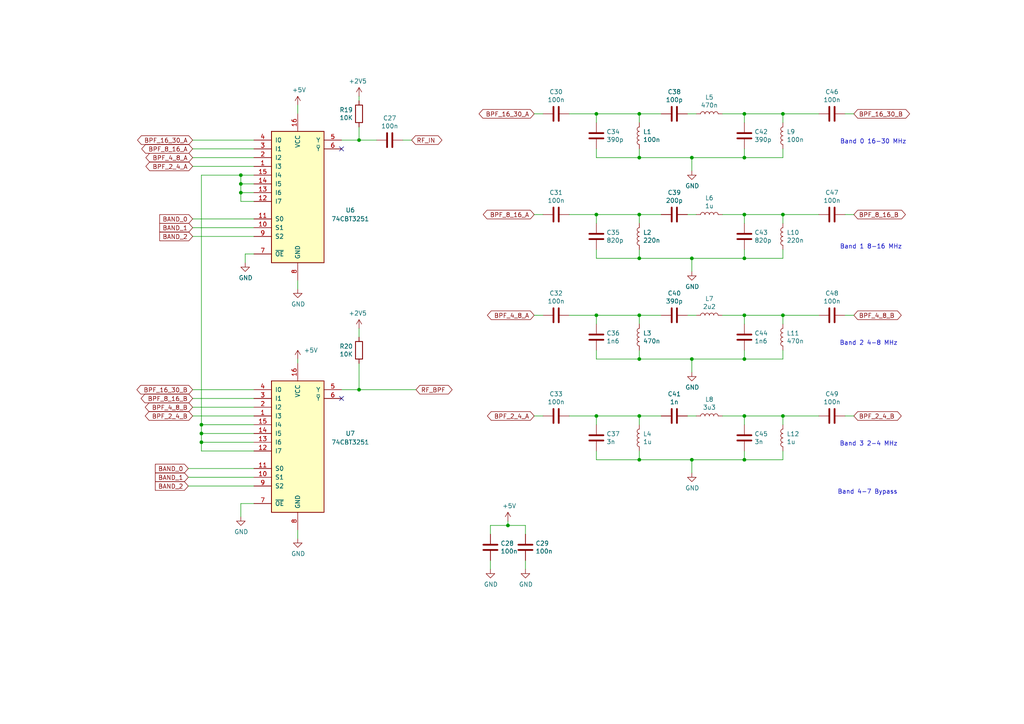
<source format=kicad_sch>
(kicad_sch (version 20230121) (generator eeschema)
  (paper "A4")
  (lib_symbols
    (symbol "74xx:74LS251" (pin_names (offset 1.016))
      (property "Reference" "U" (at -7.62 19.05 0))
      (property "Value" "74LS251" (at -7.62 -21.59 0))
      (symbol "74LS251_1_0"
        (pin input line (at -12.7 7.62 0) (length 5.08) (name "I3") (number "1"))
        (pin input line (at -12.7 -10.16 0) (length 5.08) (name "S1") (number "10"))
        (pin input line (at -12.7 -7.62 0) (length 5.08) (name "S0") (number "11"))
        (pin input line (at -12.7 -2.54 0) (length 5.08) (name "I7") (number "12"))
        (pin input line (at -12.7 0 0) (length 5.08) (name "I6") (number "13"))
        (pin input line (at -12.7 2.54 0) (length 5.08) (name "I5") (number "14"))
        (pin input line (at -12.7 5.08 0) (length 5.08) (name "I4") (number "15"))
        (pin power_in line (at 0 22.86 270) (length 5.08) (name "VCC") (number "16"))
        (pin input line (at -12.7 10.16 0) (length 5.08) (name "I2") (number "2"))
        (pin input line (at -12.7 12.7 0) (length 5.08) (name "I1") (number "3"))
        (pin input line (at -12.7 15.24 0) (length 5.08) (name "I0") (number "4"))
        (pin tri_state line (at 12.7 15.24 180) (length 5.08) (name "Y") (number "5"))
        (pin tri_state line (at 12.7 12.7 180) (length 5.08) (name "~{Y}") (number "6"))
        (pin input line (at -12.7 -17.78 0) (length 5.08) (name "~{OE}") (number "7"))
        (pin power_in line (at 0 -25.4 90) (length 5.08) (name "GND") (number "8"))
        (pin input line (at -12.7 -12.7 0) (length 5.08) (name "S2") (number "9"))
      )
      (symbol "74LS251_1_1"
        (rectangle (start -7.62 17.78) (end 7.62 -20.32) (stroke (width 0.254)) (fill (type background)))
      )
    )
    (symbol "Device:C" (pin_numbers hide) (pin_names (offset 0.254))
      (property "Reference" "C" (at 0.635 2.54 0))
      (property "Value" "C" (at 0.635 -2.54 0))
      (symbol "C_0_1"
        (polyline (pts (xy -2.032 -0.762) (xy 2.032 -0.762)) (stroke (width 0.508)))
        (polyline (pts (xy -2.032 0.762) (xy 2.032 0.762)) (stroke (width 0.508)))
      )
      (symbol "C_1_1"
        (pin passive line (at 0 3.81 270) (length 2.794) (name "~") (number "1"))
        (pin passive line (at 0 -3.81 90) (length 2.794) (name "~") (number "2"))
      )
    )
    (symbol "Device:L" (pin_numbers hide) (pin_names (offset 1.016) hide)
      (property "Reference" "L" (at -1.27 0 90))
      (property "Value" "L" (at 1.905 0 90))
      (symbol "L_0_1"
        (arc (start 0 -2.54) (mid 0.6323 -1.905) (end 0 -1.27))
        (arc (start 0 -1.27) (mid 0.6323 -0.635) (end 0 0))
        (arc (start 0 0) (mid 0.6323 0.635) (end 0 1.27))
        (arc (start 0 1.27) (mid 0.6323 1.905) (end 0 2.54))
      )
      (symbol "L_1_1"
        (pin passive line (at 0 3.81 270) (length 1.27) (name "1") (number "1"))
        (pin passive line (at 0 -3.81 90) (length 1.27) (name "2") (number "2"))
      )
    )
    (symbol "Device:R" (pin_numbers hide) (pin_names (offset 0))
      (property "Reference" "R" (at 2.032 0 90))
      (property "Value" "R" (at 0 0 90))
      (symbol "R_0_1"
        (rectangle (start -1.016 -2.54) (end 1.016 2.54) (stroke (width 0.254)))
      )
      (symbol "R_1_1"
        (pin passive line (at 0 3.81 270) (length 1.27) (name "~") (number "1"))
        (pin passive line (at 0 -3.81 90) (length 1.27) (name "~") (number "2"))
      )
    )
    (symbol "power:+2V5" (power) (pin_names (offset 0))
      (property "Value" "+2V5" (at 0 3.556 0))
      (symbol "+2V5_0_1"
        (polyline (pts (xy -0.762 1.27) (xy 0 2.54)))
        (polyline (pts (xy 0 0) (xy 0 2.54)))
        (polyline (pts (xy 0 2.54) (xy 0.762 1.27)))
      )
      (symbol "+2V5_1_1"
        (pin power_in line (at 0 0 90) (length 0) hide (name "+2V5") (number "1"))
      )
    )
    (symbol "power:+5V" (power) (pin_names (offset 0))
      (property "Value" "+5V" (at 0 3.556 0))
      (symbol "+5V_0_1"
        (polyline (pts (xy -0.762 1.27) (xy 0 2.54)))
        (polyline (pts (xy 0 0) (xy 0 2.54)))
        (polyline (pts (xy 0 2.54) (xy 0.762 1.27)))
      )
      (symbol "+5V_1_1"
        (pin power_in line (at 0 0 90) (length 0) hide (name "+5V") (number "1"))
      )
    )
    (symbol "power:GND" (power) (pin_names (offset 0))
      (property "Value" "GND" (at 0 -3.81 0))
      (symbol "GND_0_1"
        (polyline (pts (xy 0 0) (xy 0 -1.27) (xy 1.27 -1.27) (xy 0 -2.54) (xy -1.27 -1.27) (xy 0 -1.27)))
      )
      (symbol "GND_1_1"
        (pin power_in line (at 0 0 270) (length 0) hide (name "GND") (number "1"))
      )
    )
  )
  (junction (at 227.076 120.65))
  (junction (at 227.076 91.44))
  (junction (at 227.076 62.23))
  (junction (at 69.85 53.34))
  (junction (at 58.42 123.19))
  (junction (at 185.42 45.72))
  (junction (at 185.42 74.93))
  (junction (at 185.42 91.44))
  (junction (at 215.9 120.65))
  (junction (at 215.9 33.02))
  (junction (at 215.9 45.72))
  (junction (at 215.9 133.35))
  (junction (at 215.9 91.44))
  (junction (at 215.9 74.93))
  (junction (at 185.42 62.23))
  (junction (at 69.85 55.88))
  (junction (at 185.42 33.02))
  (junction (at 172.974 120.65))
  (junction (at 104.14 40.64))
  (junction (at 185.42 133.35))
  (junction (at 215.9 62.23))
  (junction (at 200.66 133.35))
  (junction (at 215.9 104.14))
  (junction (at 172.974 33.02))
  (junction (at 200.66 45.72))
  (junction (at 185.42 104.14))
  (junction (at 147.32 152.4))
  (junction (at 227.076 33.02))
  (junction (at 172.974 91.44))
  (junction (at 185.42 120.65))
  (junction (at 172.974 62.23))
  (junction (at 69.85 50.8))
  (junction (at 58.42 128.27))
  (junction (at 58.42 125.73))
  (junction (at 200.66 74.93))
  (junction (at 200.66 104.14))
  (junction (at 104.14 113.03))
  (no_connect (at 99.06 43.18))
  (no_connect (at 99.06 115.57))
  (wire (pts (xy 69.85 146.05) (xy 73.66 146.05)))
  (wire (pts (xy 73.66 53.34) (xy 69.85 53.34)))
  (wire (pts (xy 215.9 45.72) (xy 227.076 45.72)))
  (wire (pts (xy 227.076 74.93) (xy 227.076 72.39)))
  (wire (pts (xy 172.974 91.44) (xy 185.42 91.44)))
  (wire (pts (xy 55.88 120.65) (xy 73.66 120.65)))
  (wire (pts (xy 104.14 105.41) (xy 104.14 113.03)))
  (wire (pts (xy 227.076 120.65) (xy 227.076 123.19)))
  (wire (pts (xy 215.9 91.44) (xy 227.076 91.44)))
  (wire (pts (xy 172.974 74.93) (xy 185.42 74.93)))
  (wire (pts (xy 200.66 133.35) (xy 215.9 133.35)))
  (wire (pts (xy 58.42 128.27) (xy 73.66 128.27)))
  (wire (pts (xy 73.66 55.88) (xy 69.85 55.88)))
  (wire (pts (xy 185.42 91.44) (xy 191.77 91.44)))
  (wire (pts (xy 200.66 133.35) (xy 200.66 137.16)))
  (wire (pts (xy 172.974 72.39) (xy 172.974 74.93)))
  (wire (pts (xy 215.9 74.93) (xy 227.076 74.93)))
  (wire (pts (xy 104.14 36.83) (xy 104.14 40.64)))
  (wire (pts (xy 215.9 33.02) (xy 215.9 35.56)))
  (wire (pts (xy 55.88 63.5) (xy 73.66 63.5)))
  (wire (pts (xy 199.39 120.65) (xy 201.93 120.65)))
  (wire (pts (xy 215.9 72.39) (xy 215.9 74.93)))
  (wire (pts (xy 55.88 48.26) (xy 73.66 48.26)))
  (wire (pts (xy 199.39 91.44) (xy 201.93 91.44)))
  (wire (pts (xy 215.9 120.65) (xy 215.9 123.19)))
  (wire (pts (xy 215.9 33.02) (xy 227.076 33.02)))
  (wire (pts (xy 109.22 40.64) (xy 104.14 40.64)))
  (wire (pts (xy 200.66 104.14) (xy 215.9 104.14)))
  (wire (pts (xy 55.88 115.57) (xy 73.66 115.57)))
  (wire (pts (xy 227.076 62.23) (xy 237.49 62.23)))
  (wire (pts (xy 104.14 29.21) (xy 104.14 27.94)))
  (wire (pts (xy 86.36 153.67) (xy 86.36 156.21)))
  (wire (pts (xy 71.12 73.66) (xy 73.66 73.66)))
  (wire (pts (xy 142.24 162.56) (xy 142.24 165.1)))
  (wire (pts (xy 215.9 62.23) (xy 215.9 64.77)))
  (wire (pts (xy 245.11 91.44) (xy 247.65 91.44)))
  (wire (pts (xy 86.36 30.48) (xy 86.36 33.02)))
  (wire (pts (xy 152.4 154.94) (xy 152.4 152.4)))
  (wire (pts (xy 54.61 138.43) (xy 73.66 138.43)))
  (wire (pts (xy 147.32 152.4) (xy 142.24 152.4)))
  (wire (pts (xy 200.66 74.93) (xy 215.9 74.93)))
  (wire (pts (xy 185.42 72.39) (xy 185.42 74.93)))
  (wire (pts (xy 58.42 125.73) (xy 58.42 123.19)))
  (wire (pts (xy 185.42 62.23) (xy 191.77 62.23)))
  (wire (pts (xy 209.55 33.02) (xy 215.9 33.02)))
  (wire (pts (xy 185.42 130.81) (xy 185.42 133.35)))
  (wire (pts (xy 185.42 45.72) (xy 200.66 45.72)))
  (wire (pts (xy 55.88 118.11) (xy 73.66 118.11)))
  (wire (pts (xy 245.11 33.02) (xy 247.65 33.02)))
  (wire (pts (xy 73.66 50.8) (xy 69.85 50.8)))
  (wire (pts (xy 200.66 45.72) (xy 215.9 45.72)))
  (wire (pts (xy 86.36 81.28) (xy 86.36 83.82)))
  (wire (pts (xy 227.076 104.14) (xy 227.076 101.6)))
  (wire (pts (xy 185.42 133.35) (xy 200.66 133.35)))
  (wire (pts (xy 215.9 133.35) (xy 227.076 133.35)))
  (wire (pts (xy 185.42 91.44) (xy 185.42 93.98)))
  (wire (pts (xy 165.1 91.44) (xy 172.974 91.44)))
  (wire (pts (xy 172.974 33.02) (xy 185.42 33.02)))
  (wire (pts (xy 245.11 62.23) (xy 247.65 62.23)))
  (wire (pts (xy 185.42 120.65) (xy 185.42 123.19)))
  (wire (pts (xy 185.42 43.18) (xy 185.42 45.72)))
  (wire (pts (xy 99.06 40.64) (xy 104.14 40.64)))
  (wire (pts (xy 200.66 45.72) (xy 200.66 49.53)))
  (wire (pts (xy 69.85 149.86) (xy 69.85 146.05)))
  (wire (pts (xy 165.1 120.65) (xy 172.974 120.65)))
  (wire (pts (xy 54.61 135.89) (xy 73.66 135.89)))
  (wire (pts (xy 147.32 151.13) (xy 147.32 152.4)))
  (wire (pts (xy 172.974 43.18) (xy 172.974 45.72)))
  (wire (pts (xy 120.65 113.03) (xy 104.14 113.03)))
  (wire (pts (xy 54.61 140.97) (xy 73.66 140.97)))
  (wire (pts (xy 209.55 91.44) (xy 215.9 91.44)))
  (wire (pts (xy 227.076 62.23) (xy 227.076 64.77)))
  (wire (pts (xy 154.94 91.44) (xy 157.48 91.44)))
  (wire (pts (xy 58.42 130.81) (xy 73.66 130.81)))
  (wire (pts (xy 185.42 62.23) (xy 185.42 64.77)))
  (wire (pts (xy 209.55 120.65) (xy 215.9 120.65)))
  (wire (pts (xy 185.42 33.02) (xy 191.77 33.02)))
  (wire (pts (xy 119.38 40.64) (xy 116.84 40.64)))
  (wire (pts (xy 154.94 62.23) (xy 157.48 62.23)))
  (wire (pts (xy 227.076 133.35) (xy 227.076 130.81)))
  (wire (pts (xy 152.4 162.56) (xy 152.4 165.1)))
  (wire (pts (xy 215.9 130.81) (xy 215.9 133.35)))
  (wire (pts (xy 172.974 130.81) (xy 172.974 133.35)))
  (wire (pts (xy 200.66 74.93) (xy 200.66 78.74)))
  (wire (pts (xy 165.1 62.23) (xy 172.974 62.23)))
  (wire (pts (xy 69.85 50.8) (xy 58.42 50.8)))
  (wire (pts (xy 55.88 40.64) (xy 73.66 40.64)))
  (wire (pts (xy 215.9 91.44) (xy 215.9 93.98)))
  (wire (pts (xy 142.24 152.4) (xy 142.24 154.94)))
  (wire (pts (xy 185.42 120.65) (xy 191.77 120.65)))
  (wire (pts (xy 227.076 91.44) (xy 237.49 91.44)))
  (wire (pts (xy 104.14 95.25) (xy 104.14 97.79)))
  (wire (pts (xy 154.94 33.02) (xy 157.48 33.02)))
  (wire (pts (xy 58.42 123.19) (xy 73.66 123.19)))
  (wire (pts (xy 209.55 62.23) (xy 215.9 62.23)))
  (wire (pts (xy 69.85 55.88) (xy 69.85 58.42)))
  (wire (pts (xy 200.66 104.14) (xy 200.66 107.95)))
  (wire (pts (xy 172.974 120.65) (xy 172.974 123.19)))
  (wire (pts (xy 227.076 91.44) (xy 227.076 93.98)))
  (wire (pts (xy 185.42 74.93) (xy 200.66 74.93)))
  (wire (pts (xy 185.42 101.6) (xy 185.42 104.14)))
  (wire (pts (xy 172.974 91.44) (xy 172.974 93.98)))
  (wire (pts (xy 172.974 133.35) (xy 185.42 133.35)))
  (wire (pts (xy 58.42 130.81) (xy 58.42 128.27)))
  (wire (pts (xy 55.88 68.58) (xy 73.66 68.58)))
  (wire (pts (xy 227.076 33.02) (xy 237.49 33.02)))
  (wire (pts (xy 69.85 53.34) (xy 69.85 55.88)))
  (wire (pts (xy 227.076 120.65) (xy 237.49 120.65)))
  (wire (pts (xy 73.66 58.42) (xy 69.85 58.42)))
  (wire (pts (xy 172.974 101.6) (xy 172.974 104.14)))
  (wire (pts (xy 215.9 62.23) (xy 227.076 62.23)))
  (wire (pts (xy 154.94 120.65) (xy 157.48 120.65)))
  (wire (pts (xy 172.974 45.72) (xy 185.42 45.72)))
  (wire (pts (xy 86.36 104.14) (xy 86.36 105.41)))
  (wire (pts (xy 227.076 45.72) (xy 227.076 43.18)))
  (wire (pts (xy 99.06 113.03) (xy 104.14 113.03)))
  (wire (pts (xy 215.9 101.6) (xy 215.9 104.14)))
  (wire (pts (xy 165.1 33.02) (xy 172.974 33.02)))
  (wire (pts (xy 152.4 152.4) (xy 147.32 152.4)))
  (wire (pts (xy 55.88 43.18) (xy 73.66 43.18)))
  (wire (pts (xy 227.076 33.02) (xy 227.076 35.56)))
  (wire (pts (xy 73.66 113.03) (xy 55.88 113.03)))
  (wire (pts (xy 71.12 76.2) (xy 71.12 73.66)))
  (wire (pts (xy 58.42 50.8) (xy 58.42 123.19)))
  (wire (pts (xy 185.42 104.14) (xy 200.66 104.14)))
  (wire (pts (xy 185.42 33.02) (xy 185.42 35.56)))
  (wire (pts (xy 55.88 45.72) (xy 73.66 45.72)))
  (wire (pts (xy 58.42 128.27) (xy 58.42 125.73)))
  (wire (pts (xy 172.974 104.14) (xy 185.42 104.14)))
  (wire (pts (xy 172.974 33.02) (xy 172.974 35.56)))
  (wire (pts (xy 69.85 50.8) (xy 69.85 53.34)))
  (wire (pts (xy 172.974 62.23) (xy 185.42 62.23)))
  (wire (pts (xy 245.11 120.65) (xy 247.65 120.65)))
  (wire (pts (xy 172.974 62.23) (xy 172.974 64.77)))
  (wire (pts (xy 215.9 104.14) (xy 227.076 104.14)))
  (wire (pts (xy 58.42 125.73) (xy 73.66 125.73)))
  (wire (pts (xy 199.39 62.23) (xy 201.93 62.23)))
  (wire (pts (xy 199.39 33.02) (xy 201.93 33.02)))
  (wire (pts (xy 172.974 120.65) (xy 185.42 120.65)))
  (wire (pts (xy 55.88 66.04) (xy 73.66 66.04)))
  (wire (pts (xy 215.9 120.65) (xy 227.076 120.65)))
  (wire (pts (xy 215.9 43.18) (xy 215.9 45.72)))
  (text "Band 3 2-4 MHz" (at 260.35 129.54 0) (effects (font (size 1.27 1.27)) (justify right bottom)))
  (text "Band 1 8-16 MHz" (at 261.62 72.39 0) (effects (font (size 1.27 1.27)) (justify right bottom)))
  (text "Band 2 4-8 MHz" (at 260.35 100.33 0) (effects (font (size 1.27 1.27)) (justify right bottom)))
  (text "Band 0 16-30 MHz" (at 262.89 41.91 0) (effects (font (size 1.27 1.27)) (justify right bottom)))
  (text "Band 4-7 Bypass" (at 260.35 143.51 0) (effects (font (size 1.27 1.27)) (justify right bottom)))
  (global_label "BPF_2_4_B" (shape bidirectional) (at 55.88 120.65 180) (property "Intersheetrefs" "${INTERSHEET_REFS}" (effects hide)))
  (global_label "BPF_4_8_A" (shape bidirectional) (at 154.94 91.44 180) (property "Intersheetrefs" "${INTERSHEET_REFS}" (effects hide)))
  (global_label "BPF_8_16_A" (shape bidirectional) (at 154.94 62.23 180) (property "Intersheetrefs" "${INTERSHEET_REFS}" (effects hide)))
  (global_label "BPF_16_30_A" (shape bidirectional) (at 154.94 33.02 180) (property "Intersheetrefs" "${INTERSHEET_REFS}" (effects hide)))
  (global_label "BAND_2" (shape input) (at 55.88 68.58 180) (property "Intersheetrefs" "${INTERSHEET_REFS}" (effects hide)))
  (global_label "BPF_2_4_A" (shape bidirectional) (at 55.88 48.26 180) (property "Intersheetrefs" "${INTERSHEET_REFS}" (effects hide)))
  (global_label "RF_IN" (shape bidirectional) (at 119.38 40.64 0) (property "Intersheetrefs" "${INTERSHEET_REFS}" (effects hide)))
  (global_label "BPF_2_4_A" (shape bidirectional) (at 154.94 120.65 180) (property "Intersheetrefs" "${INTERSHEET_REFS}" (effects hide)))
  (global_label "BPF_16_30_B" (shape bidirectional) (at 55.88 113.03 180) (property "Intersheetrefs" "${INTERSHEET_REFS}" (effects hide)))
  (global_label "BPF_4_8_B" (shape bidirectional) (at 247.65 91.44 0) (property "Intersheetrefs" "${INTERSHEET_REFS}" (effects hide)))
  (global_label "BPF_2_4_B" (shape bidirectional) (at 247.65 120.65 0) (property "Intersheetrefs" "${INTERSHEET_REFS}" (effects hide)))
  (global_label "BAND_0" (shape input) (at 55.88 63.5 180) (property "Intersheetrefs" "${INTERSHEET_REFS}" (effects hide)))
  (global_label "BAND_0" (shape input) (at 54.61 135.89 180) (property "Intersheetrefs" "${INTERSHEET_REFS}" (effects hide)))
  (global_label "RF_BPF" (shape bidirectional) (at 120.65 113.03 0) (property "Intersheetrefs" "${INTERSHEET_REFS}" (effects hide)))
  (global_label "BAND_2" (shape input) (at 54.61 140.97 180) (property "Intersheetrefs" "${INTERSHEET_REFS}" (effects hide)))
  (global_label "BPF_8_16_B" (shape bidirectional) (at 55.88 115.57 180) (property "Intersheetrefs" "${INTERSHEET_REFS}" (effects hide)))
  (global_label "BAND_1" (shape input) (at 55.88 66.04 180) (property "Intersheetrefs" "${INTERSHEET_REFS}" (effects hide)))
  (global_label "BPF_4_8_A" (shape bidirectional) (at 55.88 45.72 180) (property "Intersheetrefs" "${INTERSHEET_REFS}" (effects hide)))
  (global_label "BPF_16_30_A" (shape bidirectional) (at 55.88 40.64 180) (property "Intersheetrefs" "${INTERSHEET_REFS}" (effects hide)))
  (global_label "BPF_4_8_B" (shape bidirectional) (at 55.88 118.11 180) (property "Intersheetrefs" "${INTERSHEET_REFS}" (effects hide)))
  (global_label "BPF_8_16_A" (shape bidirectional) (at 55.88 43.18 180) (property "Intersheetrefs" "${INTERSHEET_REFS}" (effects hide)))
  (global_label "BPF_16_30_B" (shape bidirectional) (at 247.65 33.02 0) (property "Intersheetrefs" "${INTERSHEET_REFS}" (effects hide)))
  (global_label "BAND_1" (shape input) (at 54.61 138.43 180) (property "Intersheetrefs" "${INTERSHEET_REFS}" (effects hide)))
  (global_label "BPF_8_16_B" (shape bidirectional) (at 247.65 62.23 0) (property "Intersheetrefs" "${INTERSHEET_REFS}" (effects hide)))
  (symbol (lib_id "Device:C") (at 195.58 33.02 90) (unit 1)
    (property "Reference" "C38" (at 195.58 26.6446 90))
    (property "Value" "100p" (at 195.58 28.956 90))
    (property "Footprint" "Capacitor_SMD:C_0805_2012Metric" (effects hide))
    (instances (project "RADIO" (path "" (reference "C38") (unit 1))) (project "pico_rx" (path "" (reference "C12") (unit 1)) (path "" (reference "C35") (unit 1)) (path "" (reference "C58") (unit 1))))
  )
  (symbol (lib_id "power:GND") (at 71.12 76.2 0) (unit 1)
    (property "Reference" "#PWR052" (effects hide))
    (property "Value" "GND" (at 71.247 80.5942 0))
    (instances (project "RADIO" (path "" (reference "#PWR052") (unit 1))) (project "pico_rx" (path "" (reference "#PWR02") (unit 1)) (path "" (reference "#PWR017") (unit 1)) (path "" (reference "#PWR032") (unit 1))))
  )
  (symbol (lib_id "power:+5V") (at 147.32 151.13 0) (unit 1)
    (property "Reference" "#PWR060" (effects hide))
    (property "Value" "+5V" (at 147.701 146.7358 0))
    (instances (project "RADIO" (path "" (reference "#PWR060") (unit 1))) (project "pico_rx" (path "" (reference "#PWR010") (unit 1)) (path "" (reference "#PWR025") (unit 1)) (path "" (reference "#PWR040") (unit 1))))
  )
  (symbol (lib_id "Device:C") (at 172.974 68.58 180) (unit 1)
    (property "Reference" "C35" (at 175.895 67.437 0) (effects (justify right)))
    (property "Value" "820p" (at 175.895 69.723 0) (effects (justify right)))
    (property "Footprint" "Capacitor_SMD:C_0805_2012Metric" (effects hide))
    (instances (project "RADIO" (path "" (reference "C35") (unit 1))) (project "pico_rx" (path "" (reference "C9") (unit 1)) (path "" (reference "C32") (unit 1)) (path "" (reference "C55") (unit 1))))
  )
  (symbol (lib_id "Device:C") (at 241.3 91.44 90) (unit 1)
    (property "Reference" "C48" (at 241.3 85.0646 90))
    (property "Value" "100n" (at 241.3 87.376 90))
    (property "Footprint" "Capacitor_SMD:C_0805_2012Metric" (effects hide))
    (instances (project "RADIO" (path "" (reference "C48") (unit 1))) (project "pico_rx" (path "" (reference "C22") (unit 1)) (path "" (reference "C45") (unit 1)) (path "" (reference "C68") (unit 1))))
  )
  (symbol (lib_id "power:+2V5") (at 104.14 95.25 0) (mirror y) (unit 1)
    (property "Reference" "#PWR058" (effects hide))
    (property "Value" "+2V5" (at 103.759 90.8558 0))
    (instances (project "RADIO" (path "" (reference "#PWR058") (unit 1))) (project "pico_rx" (path "" (reference "#PWR08") (unit 1)) (path "" (reference "#PWR023") (unit 1)) (path "" (reference "#PWR038") (unit 1))))
  )
  (symbol (lib_id "power:GND") (at 200.66 78.74 0) (unit 1)
    (property "Reference" "#PWR063" (effects hide))
    (property "Value" "GND" (at 200.787 83.1342 0))
    (instances (project "RADIO" (path "" (reference "#PWR063") (unit 1))) (project "pico_rx" (path "" (reference "#PWR013") (unit 1)) (path "" (reference "#PWR028") (unit 1)) (path "" (reference "#PWR043") (unit 1))))
  )
  (symbol (lib_id "Device:L") (at 205.74 33.02 90) (unit 1)
    (property "Reference" "L5" (at 205.74 28.2194 90))
    (property "Value" "470n" (at 205.74 30.5308 90))
    (property "Footprint" "Inductor_SMD:L_TDK_NLV32_3.2x2.5mm" (effects hide))
    (instances (project "RADIO" (path "" (reference "L5") (unit 1))) (project "pico_rx" (path "" (reference "L5") (unit 1)) (path "" (reference "L17") (unit 1)) (path "" (reference "L29") (unit 1))))
  )
  (symbol (lib_id "Device:C") (at 215.9 97.79 180) (unit 1)
    (property "Reference" "C44" (at 218.821 96.647 0) (effects (justify right)))
    (property "Value" "1n6" (at 218.821 98.933 0) (effects (justify right)))
    (property "Footprint" "Capacitor_SMD:C_0805_2012Metric" (effects hide))
    (instances (project "RADIO" (path "" (reference "C44") (unit 1))) (project "pico_rx" (path "" (reference "C18") (unit 1)) (path "" (reference "C41") (unit 1)) (path "" (reference "C64") (unit 1))))
  )
  (symbol (lib_id "Device:L") (at 185.42 39.37 180) (unit 1)
    (property "Reference" "L1" (at 186.5122 38.227 0) (effects (justify right)))
    (property "Value" "100n" (at 186.5122 40.513 0) (effects (justify right)))
    (property "Footprint" "Inductor_SMD:L_TDK_NLV32_3.2x2.5mm" (effects hide))
    (instances (project "RADIO" (path "" (reference "L1") (unit 1))) (project "pico_rx" (path "" (reference "L1") (unit 1)) (path "" (reference "L13") (unit 1)) (path "" (reference "L25") (unit 1))))
  )
  (symbol (lib_id "Device:C") (at 215.9 68.58 180) (unit 1)
    (property "Reference" "C43" (at 218.821 67.437 0) (effects (justify right)))
    (property "Value" "820p" (at 218.821 69.723 0) (effects (justify right)))
    (property "Footprint" "Capacitor_SMD:C_0805_2012Metric" (effects hide))
    (instances (project "RADIO" (path "" (reference "C43") (unit 1))) (project "pico_rx" (path "" (reference "C17") (unit 1)) (path "" (reference "C40") (unit 1)) (path "" (reference "C63") (unit 1))))
  )
  (symbol (lib_id "Device:C") (at 152.4 158.75 0) (unit 1)
    (property "Reference" "C29" (at 155.321 157.607 0) (effects (justify left)))
    (property "Value" "100n" (at 155.321 159.893 0) (effects (justify left)))
    (property "Footprint" "Capacitor_SMD:C_0805_2012Metric" (effects hide))
    (instances (project "RADIO" (path "" (reference "C29") (unit 1))) (project "pico_rx" (path "" (reference "C3") (unit 1)) (path "" (reference "C26") (unit 1)) (path "" (reference "C49") (unit 1))))
  )
  (symbol (lib_id "Device:C") (at 161.29 91.44 90) (unit 1)
    (property "Reference" "C32" (at 161.29 85.0646 90))
    (property "Value" "100n" (at 161.29 87.376 90))
    (property "Footprint" "Capacitor_SMD:C_0805_2012Metric" (effects hide))
    (instances (project "RADIO" (path "" (reference "C32") (unit 1))) (project "pico_rx" (path "" (reference "C6") (unit 1)) (path "" (reference "C29") (unit 1)) (path "" (reference "C52") (unit 1))))
  )
  (symbol (lib_id "74xx:74LS251") (at 86.36 55.88 0) (unit 1)
    (property "Reference" "U6" (at 101.6 60.96 0))
    (property "Value" "74CBT3251" (at 101.6 63.5 0))
    (property "Footprint" "Package_SO:SOIC-16_3.9x9.9mm_P1.27mm" (effects hide))
    (property "Datasheet" "http://www.ti.com/lit/gpn/sn74LS251" (effects hide))
    (instances (project "RADIO" (path "" (reference "U6") (unit 1))) (project "pico_rx" (path "" (reference "U1") (unit 1)) (path "" (reference "U3") (unit 1)) (path "" (reference "U5") (unit 1))))
  )
  (symbol (lib_id "Device:L") (at 205.74 62.23 90) (unit 1)
    (property "Reference" "L6" (at 205.74 57.4294 90))
    (property "Value" "1u" (at 205.74 59.7408 90))
    (property "Footprint" "Inductor_SMD:L_TDK_NLV32_3.2x2.5mm" (effects hide))
    (instances (project "RADIO" (path "" (reference "L6") (unit 1))) (project "pico_rx" (path "" (reference "L6") (unit 1)) (path "" (reference "L18") (unit 1)) (path "" (reference "L30") (unit 1))))
  )
  (symbol (lib_id "power:GND") (at 200.66 49.53 0) (unit 1)
    (property "Reference" "#PWR062" (effects hide))
    (property "Value" "GND" (at 200.787 53.9242 0))
    (instances (project "RADIO" (path "" (reference "#PWR062") (unit 1))) (project "pico_rx" (path "" (reference "#PWR012") (unit 1)) (path "" (reference "#PWR027") (unit 1)) (path "" (reference "#PWR042") (unit 1))))
  )
  (symbol (lib_id "power:+5V") (at 86.36 30.48 0) (unit 1)
    (property "Reference" "#PWR053" (effects hide))
    (property "Value" "+5V" (at 86.741 26.0858 0))
    (instances (project "RADIO" (path "" (reference "#PWR053") (unit 1))) (project "pico_rx" (path "" (reference "#PWR03") (unit 1)) (path "" (reference "#PWR018") (unit 1)) (path "" (reference "#PWR033") (unit 1))))
  )
  (symbol (lib_id "74xx:74LS251") (at 86.36 128.27 0) (unit 1)
    (property "Reference" "U7" (at 101.6 125.73 0))
    (property "Value" "74CBT3251" (at 101.6 128.27 0))
    (property "Footprint" "Package_SO:SOIC-16_3.9x9.9mm_P1.27mm" (effects hide))
    (property "Datasheet" "http://www.ti.com/lit/gpn/sn74LS251" (effects hide))
    (instances (project "RADIO" (path "" (reference "U7") (unit 1))) (project "pico_rx" (path "" (reference "U2") (unit 1)) (path "" (reference "U4") (unit 1)) (path "" (reference "U6") (unit 1))))
  )
  (symbol (lib_id "Device:C") (at 113.03 40.64 270) (mirror x) (unit 1)
    (property "Reference" "C27" (at 113.03 34.2646 90))
    (property "Value" "100n" (at 113.03 36.576 90))
    (property "Footprint" "Capacitor_SMD:C_0805_2012Metric" (effects hide))
    (instances (project "RADIO" (path "" (reference "C27") (unit 1))) (project "pico_rx" (path "" (reference "C1") (unit 1)) (path "" (reference "C24") (unit 1)) (path "" (reference "C47") (unit 1))))
  )
  (symbol (lib_id "Device:L") (at 185.42 97.79 180) (unit 1)
    (property "Reference" "L3" (at 186.5122 96.647 0) (effects (justify right)))
    (property "Value" "470n" (at 186.5122 98.933 0) (effects (justify right)))
    (property "Footprint" "Inductor_SMD:L_TDK_NLV32_3.2x2.5mm" (effects hide))
    (instances (project "RADIO" (path "" (reference "L3") (unit 1))) (project "pico_rx" (path "" (reference "L3") (unit 1)) (path "" (reference "L15") (unit 1)) (path "" (reference "L27") (unit 1))))
  )
  (symbol (lib_id "Device:L") (at 227.076 97.79 180) (unit 1)
    (property "Reference" "L11" (at 228.1682 96.647 0) (effects (justify right)))
    (property "Value" "470n" (at 228.1682 98.933 0) (effects (justify right)))
    (property "Footprint" "Inductor_SMD:L_TDK_NLV32_3.2x2.5mm" (effects hide))
    (instances (project "RADIO" (path "" (reference "L11") (unit 1))) (project "pico_rx" (path "" (reference "L11") (unit 1)) (path "" (reference "L23") (unit 1)) (path "" (reference "L35") (unit 1))))
  )
  (symbol (lib_id "power:GND") (at 200.66 137.16 0) (unit 1)
    (property "Reference" "#PWR065" (effects hide))
    (property "Value" "GND" (at 200.787 141.5542 0))
    (instances (project "RADIO" (path "" (reference "#PWR065") (unit 1))) (project "pico_rx" (path "" (reference "#PWR015") (unit 1)) (path "" (reference "#PWR030") (unit 1)) (path "" (reference "#PWR045") (unit 1))))
  )
  (symbol (lib_id "Device:C") (at 172.974 127 180) (unit 1)
    (property "Reference" "C37" (at 175.895 125.857 0) (effects (justify right)))
    (property "Value" "3n" (at 175.895 128.143 0) (effects (justify right)))
    (property "Footprint" "Capacitor_SMD:C_0805_2012Metric" (effects hide))
    (instances (project "RADIO" (path "" (reference "C37") (unit 1))) (project "pico_rx" (path "" (reference "C11") (unit 1)) (path "" (reference "C34") (unit 1)) (path "" (reference "C57") (unit 1))))
  )
  (symbol (lib_id "power:GND") (at 142.24 165.1 0) (unit 1)
    (property "Reference" "#PWR059" (effects hide))
    (property "Value" "GND" (at 142.367 169.4942 0))
    (instances (project "RADIO" (path "" (reference "#PWR059") (unit 1))) (project "pico_rx" (path "" (reference "#PWR09") (unit 1)) (path "" (reference "#PWR024") (unit 1)) (path "" (reference "#PWR039") (unit 1))))
  )
  (symbol (lib_id "power:GND") (at 86.36 83.82 0) (unit 1)
    (property "Reference" "#PWR054" (effects hide))
    (property "Value" "GND" (at 86.487 88.2142 0))
    (instances (project "RADIO" (path "" (reference "#PWR054") (unit 1))) (project "pico_rx" (path "" (reference "#PWR04") (unit 1)) (path "" (reference "#PWR019") (unit 1)) (path "" (reference "#PWR034") (unit 1))))
  )
  (symbol (lib_id "Device:C") (at 241.3 120.65 90) (unit 1)
    (property "Reference" "C49" (at 241.3 114.2746 90))
    (property "Value" "100n" (at 241.3 116.586 90))
    (property "Footprint" "Capacitor_SMD:C_0805_2012Metric" (effects hide))
    (instances (project "RADIO" (path "" (reference "C49") (unit 1))) (project "pico_rx" (path "" (reference "C23") (unit 1)) (path "" (reference "C46") (unit 1)) (path "" (reference "C69") (unit 1))))
  )
  (symbol (lib_id "power:+5V") (at 86.36 104.14 0) (unit 1)
    (property "Reference" "#PWR055" (effects hide))
    (property "Value" "+5V" (at 90.17 101.6 0))
    (instances (project "RADIO" (path "" (reference "#PWR055") (unit 1))) (project "pico_rx" (path "" (reference "#PWR05") (unit 1)) (path "" (reference "#PWR020") (unit 1)) (path "" (reference "#PWR035") (unit 1))))
  )
  (symbol (lib_id "power:+2V5") (at 104.14 27.94 0) (mirror y) (unit 1)
    (property "Reference" "#PWR057" (effects hide))
    (property "Value" "+2V5" (at 103.759 23.5458 0))
    (instances (project "RADIO" (path "" (reference "#PWR057") (unit 1))) (project "pico_rx" (path "" (reference "#PWR07") (unit 1)) (path "" (reference "#PWR022") (unit 1)) (path "" (reference "#PWR037") (unit 1))))
  )
  (symbol (lib_id "Device:R") (at 104.14 33.02 0) (mirror y) (unit 1)
    (property "Reference" "R19" (at 102.362 31.877 0) (effects (justify left)))
    (property "Value" "10K" (at 102.362 34.163 0) (effects (justify left)))
    (property "Footprint" "Resistor_SMD:R_0805_2012Metric" (effects hide))
    (instances (project "RADIO" (path "" (reference "R19") (unit 1))) (project "pico_rx" (path "" (reference "R1") (unit 1)) (path "" (reference "R3") (unit 1)) (path "" (reference "R5") (unit 1))))
  )
  (symbol (lib_id "Device:L") (at 205.74 91.44 90) (unit 1)
    (property "Reference" "L7" (at 205.74 86.6394 90))
    (property "Value" "2u2" (at 205.74 88.9508 90))
    (property "Footprint" "Inductor_SMD:L_TDK_NLV32_3.2x2.5mm" (effects hide))
    (instances (project "RADIO" (path "" (reference "L7") (unit 1))) (project "pico_rx" (path "" (reference "L7") (unit 1)) (path "" (reference "L19") (unit 1)) (path "" (reference "L31") (unit 1))))
  )
  (symbol (lib_id "Device:L") (at 227.076 39.37 180) (unit 1)
    (property "Reference" "L9" (at 228.1682 38.227 0) (effects (justify right)))
    (property "Value" "100n" (at 228.1682 40.513 0) (effects (justify right)))
    (property "Footprint" "Inductor_SMD:L_TDK_NLV32_3.2x2.5mm" (effects hide))
    (instances (project "RADIO" (path "" (reference "L9") (unit 1))) (project "pico_rx" (path "" (reference "L9") (unit 1)) (path "" (reference "L21") (unit 1)) (path "" (reference "L33") (unit 1))))
  )
  (symbol (lib_id "Device:C") (at 195.58 91.44 90) (unit 1)
    (property "Reference" "C40" (at 195.58 85.0646 90))
    (property "Value" "390p" (at 195.58 87.376 90))
    (property "Footprint" "Capacitor_SMD:C_0805_2012Metric" (effects hide))
    (instances (project "RADIO" (path "" (reference "C40") (unit 1))) (project "pico_rx" (path "" (reference "C14") (unit 1)) (path "" (reference "C37") (unit 1)) (path "" (reference "C60") (unit 1))))
  )
  (symbol (lib_id "Device:L") (at 227.076 68.58 180) (unit 1)
    (property "Reference" "L10" (at 228.1682 67.437 0) (effects (justify right)))
    (property "Value" "220n" (at 228.1682 69.723 0) (effects (justify right)))
    (property "Footprint" "Inductor_SMD:L_TDK_NLV32_3.2x2.5mm" (effects hide))
    (instances (project "RADIO" (path "" (reference "L10") (unit 1))) (project "pico_rx" (path "" (reference "L10") (unit 1)) (path "" (reference "L22") (unit 1)) (path "" (reference "L34") (unit 1))))
  )
  (symbol (lib_id "Device:C") (at 142.24 158.75 0) (unit 1)
    (property "Reference" "C28" (at 145.161 157.607 0) (effects (justify left)))
    (property "Value" "100n" (at 145.161 159.893 0) (effects (justify left)))
    (property "Footprint" "Capacitor_SMD:C_0805_2012Metric" (effects hide))
    (instances (project "RADIO" (path "" (reference "C28") (unit 1))) (project "pico_rx" (path "" (reference "C2") (unit 1)) (path "" (reference "C25") (unit 1)) (path "" (reference "C48") (unit 1))))
  )
  (symbol (lib_id "Device:C") (at 161.29 120.65 90) (unit 1)
    (property "Reference" "C33" (at 161.29 114.2746 90))
    (property "Value" "100n" (at 161.29 116.586 90))
    (property "Footprint" "Capacitor_SMD:C_0805_2012Metric" (effects hide))
    (instances (project "RADIO" (path "" (reference "C33") (unit 1))) (project "pico_rx" (path "" (reference "C7") (unit 1)) (path "" (reference "C30") (unit 1)) (path "" (reference "C53") (unit 1))))
  )
  (symbol (lib_id "Device:C") (at 195.58 120.65 90) (unit 1)
    (property "Reference" "C41" (at 195.58 114.2746 90))
    (property "Value" "1n" (at 195.58 116.586 90))
    (property "Footprint" "Capacitor_SMD:C_0805_2012Metric" (effects hide))
    (instances (project "RADIO" (path "" (reference "C41") (unit 1))) (project "pico_rx" (path "" (reference "C15") (unit 1)) (path "" (reference "C38") (unit 1)) (path "" (reference "C61") (unit 1))))
  )
  (symbol (lib_id "Device:C") (at 241.3 33.02 90) (unit 1)
    (property "Reference" "C46" (at 241.3 26.6446 90))
    (property "Value" "100n" (at 241.3 28.956 90))
    (property "Footprint" "Capacitor_SMD:C_0805_2012Metric" (effects hide))
    (instances (project "RADIO" (path "" (reference "C46") (unit 1))) (project "pico_rx" (path "" (reference "C20") (unit 1)) (path "" (reference "C43") (unit 1)) (path "" (reference "C66") (unit 1))))
  )
  (symbol (lib_id "power:GND") (at 69.85 149.86 0) (unit 1)
    (property "Reference" "#PWR051" (effects hide))
    (property "Value" "GND" (at 69.977 154.2542 0))
    (instances (project "RADIO" (path "" (reference "#PWR051") (unit 1))) (project "pico_rx" (path "" (reference "#PWR01") (unit 1)) (path "" (reference "#PWR016") (unit 1)) (path "" (reference "#PWR031") (unit 1))))
  )
  (symbol (lib_id "Device:C") (at 172.974 39.37 180) (unit 1)
    (property "Reference" "C34" (at 175.895 38.227 0) (effects (justify right)))
    (property "Value" "390p" (at 175.895 40.513 0) (effects (justify right)))
    (property "Footprint" "Capacitor_SMD:C_0805_2012Metric" (effects hide))
    (instances (project "RADIO" (path "" (reference "C34") (unit 1))) (project "pico_rx" (path "" (reference "C8") (unit 1)) (path "" (reference "C31") (unit 1)) (path "" (reference "C54") (unit 1))))
  )
  (symbol (lib_id "power:GND") (at 152.4 165.1 0) (unit 1)
    (property "Reference" "#PWR061" (effects hide))
    (property "Value" "GND" (at 152.527 169.4942 0))
    (instances (project "RADIO" (path "" (reference "#PWR061") (unit 1))) (project "pico_rx" (path "" (reference "#PWR011") (unit 1)) (path "" (reference "#PWR026") (unit 1)) (path "" (reference "#PWR041") (unit 1))))
  )
  (symbol (lib_id "power:GND") (at 86.36 156.21 0) (unit 1)
    (property "Reference" "#PWR056" (effects hide))
    (property "Value" "GND" (at 86.487 160.6042 0))
    (instances (project "RADIO" (path "" (reference "#PWR056") (unit 1))) (project "pico_rx" (path "" (reference "#PWR06") (unit 1)) (path "" (reference "#PWR021") (unit 1)) (path "" (reference "#PWR036") (unit 1))))
  )
  (symbol (lib_id "Device:C") (at 172.974 97.79 180) (unit 1)
    (property "Reference" "C36" (at 175.895 96.647 0) (effects (justify right)))
    (property "Value" "1n6" (at 175.895 98.933 0) (effects (justify right)))
    (property "Footprint" "Capacitor_SMD:C_0805_2012Metric" (effects hide))
    (instances (project "RADIO" (path "" (reference "C36") (unit 1))) (project "pico_rx" (path "" (reference "C10") (unit 1)) (path "" (reference "C33") (unit 1)) (path "" (reference "C56") (unit 1))))
  )
  (symbol (lib_id "power:GND") (at 200.66 107.95 0) (unit 1)
    (property "Reference" "#PWR064" (effects hide))
    (property "Value" "GND" (at 200.787 112.3442 0))
    (instances (project "RADIO" (path "" (reference "#PWR064") (unit 1))) (project "pico_rx" (path "" (reference "#PWR014") (unit 1)) (path "" (reference "#PWR029") (unit 1)) (path "" (reference "#PWR044") (unit 1))))
  )
  (symbol (lib_id "Device:L") (at 185.42 68.58 180) (unit 1)
    (property "Reference" "L2" (at 186.5122 67.437 0) (effects (justify right)))
    (property "Value" "220n" (at 186.5122 69.723 0) (effects (justify right)))
    (property "Footprint" "Inductor_SMD:L_TDK_NLV32_3.2x2.5mm" (effects hide))
    (instances (project "RADIO" (path "" (reference "L2") (unit 1))) (project "pico_rx" (path "" (reference "L2") (unit 1)) (path "" (reference "L14") (unit 1)) (path "" (reference "L26") (unit 1))))
  )
  (symbol (lib_id "Device:C") (at 195.58 62.23 90) (unit 1)
    (property "Reference" "C39" (at 195.58 55.8546 90))
    (property "Value" "200p" (at 195.58 58.166 90))
    (property "Footprint" "Capacitor_SMD:C_0805_2012Metric" (effects hide))
    (instances (project "RADIO" (path "" (reference "C39") (unit 1))) (project "pico_rx" (path "" (reference "C13") (unit 1)) (path "" (reference "C36") (unit 1)) (path "" (reference "C59") (unit 1))))
  )
  (symbol (lib_id "Device:L") (at 227.076 127 180) (unit 1)
    (property "Reference" "L12" (at 228.1682 125.857 0) (effects (justify right)))
    (property "Value" "1u" (at 228.1682 128.143 0) (effects (justify right)))
    (property "Footprint" "Inductor_SMD:L_TDK_NLV32_3.2x2.5mm" (effects hide))
    (instances (project "RADIO" (path "" (reference "L12") (unit 1))) (project "pico_rx" (path "" (reference "L12") (unit 1)) (path "" (reference "L24") (unit 1)) (path "" (reference "L36") (unit 1))))
  )
  (symbol (lib_id "Device:C") (at 215.9 127 180) (unit 1)
    (property "Reference" "C45" (at 218.821 125.857 0) (effects (justify right)))
    (property "Value" "3n" (at 218.821 128.143 0) (effects (justify right)))
    (property "Footprint" "Capacitor_SMD:C_0805_2012Metric" (effects hide))
    (instances (project "RADIO" (path "" (reference "C45") (unit 1))) (project "pico_rx" (path "" (reference "C19") (unit 1)) (path "" (reference "C42") (unit 1)) (path "" (reference "C65") (unit 1))))
  )
  (symbol (lib_id "Device:L") (at 185.42 127 180) (unit 1)
    (property "Reference" "L4" (at 186.5122 125.857 0) (effects (justify right)))
    (property "Value" "1u" (at 186.5122 128.143 0) (effects (justify right)))
    (property "Footprint" "Inductor_SMD:L_TDK_NLV32_3.2x2.5mm" (effects hide))
    (instances (project "RADIO" (path "" (reference "L4") (unit 1))) (project "pico_rx" (path "" (reference "L4") (unit 1)) (path "" (reference "L16") (unit 1)) (path "" (reference "L28") (unit 1))))
  )
  (symbol (lib_id "Device:C") (at 161.29 62.23 90) (unit 1)
    (property "Reference" "C31" (at 161.29 55.8546 90))
    (property "Value" "100n" (at 161.29 58.166 90))
    (property "Footprint" "Capacitor_SMD:C_0805_2012Metric" (effects hide))
    (instances (project "RADIO" (path "" (reference "C31") (unit 1))) (project "pico_rx" (path "" (reference "C5") (unit 1)) (path "" (reference "C28") (unit 1)) (path "" (reference "C51") (unit 1))))
  )
  (symbol (lib_id "Device:R") (at 104.14 101.6 0) (mirror y) (unit 1)
    (property "Reference" "R20" (at 102.362 100.457 0) (effects (justify left)))
    (property "Value" "10K" (at 102.362 102.743 0) (effects (justify left)))
    (property "Footprint" "Resistor_SMD:R_0805_2012Metric" (effects hide))
    (instances (project "RADIO" (path "" (reference "R20") (unit 1))) (project "pico_rx" (path "" (reference "R2") (unit 1)) (path "" (reference "R4") (unit 1)) (path "" (reference "R6") (unit 1))))
  )
  (symbol (lib_id "Device:L") (at 205.74 120.65 90) (unit 1)
    (property "Reference" "L8" (at 205.74 115.8494 90))
    (property "Value" "3u3" (at 205.74 118.1608 90))
    (property "Footprint" "Inductor_SMD:L_TDK_NLV32_3.2x2.5mm" (effects hide))
    (instances (project "RADIO" (path "" (reference "L8") (unit 1))) (project "pico_rx" (path "" (reference "L8") (unit 1)) (path "" (reference "L20") (unit 1)) (path "" (reference "L32") (unit 1))))
  )
  (symbol (lib_id "Device:C") (at 161.29 33.02 90) (unit 1)
    (property "Reference" "C30" (at 161.29 26.6446 90))
    (property "Value" "100n" (at 161.29 28.956 90))
    (property "Footprint" "Capacitor_SMD:C_0805_2012Metric" (effects hide))
    (instances (project "RADIO" (path "" (reference "C30") (unit 1))) (project "pico_rx" (path "" (reference "C4") (unit 1)) (path "" (reference "C27") (unit 1)) (path "" (reference "C50") (unit 1))))
  )
  (symbol (lib_id "Device:C") (at 215.9 39.37 180) (unit 1)
    (property "Reference" "C42" (at 218.821 38.227 0) (effects (justify right)))
    (property "Value" "390p" (at 218.821 40.513 0) (effects (justify right)))
    (property "Footprint" "Capacitor_SMD:C_0805_2012Metric" (effects hide))
    (instances (project "RADIO" (path "" (reference "C42") (unit 1))) (project "pico_rx" (path "" (reference "C16") (unit 1)) (path "" (reference "C39") (unit 1)) (path "" (reference "C62") (unit 1))))
  )
  (symbol (lib_id "Device:C") (at 241.3 62.23 90) (unit 1)
    (property "Reference" "C47" (at 241.3 55.8546 90))
    (property "Value" "100n" (at 241.3 58.166 90))
    (property "Footprint" "Capacitor_SMD:C_0805_2012Metric" (effects hide))
    (instances (project "RADIO" (path "" (reference "C47") (unit 1))) (project "pico_rx" (path "" (reference "C21") (unit 1)) (path "" (reference "C44") (unit 1)) (path "" (reference "C67") (unit 1))))
  )
)
</source>
